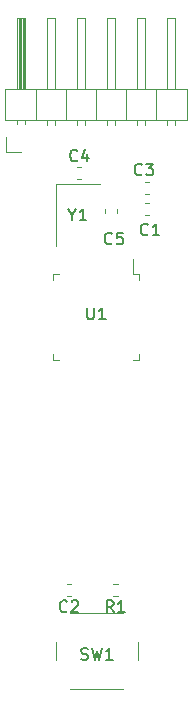
<source format=gbr>
%TF.GenerationSoftware,KiCad,Pcbnew,5.1.6-c6e7f7d~87~ubuntu18.04.1*%
%TF.CreationDate,2020-09-17T09:17:57+10:00*%
%TF.ProjectId,MSPY-FR2355,4d535059-2d46-4523-9233-35352e6b6963,rev?*%
%TF.SameCoordinates,Original*%
%TF.FileFunction,Legend,Top*%
%TF.FilePolarity,Positive*%
%FSLAX46Y46*%
G04 Gerber Fmt 4.6, Leading zero omitted, Abs format (unit mm)*
G04 Created by KiCad (PCBNEW 5.1.6-c6e7f7d~87~ubuntu18.04.1) date 2020-09-17 09:17:57*
%MOMM*%
%LPD*%
G01*
G04 APERTURE LIST*
%ADD10C,0.120000*%
%ADD11C,0.150000*%
G04 APERTURE END LIST*
D10*
%TO.C,SW1*%
X144037000Y-122761000D02*
X144037000Y-121261000D01*
X142787000Y-118761000D02*
X138287000Y-118761000D01*
X137037000Y-121261000D02*
X137037000Y-122761000D01*
X138287000Y-125261000D02*
X142787000Y-125261000D01*
%TO.C,Y1*%
X137088000Y-82440000D02*
X137088000Y-87740000D01*
X140788000Y-82440000D02*
X137088000Y-82440000D01*
%TO.C,U1*%
X143622000Y-90116000D02*
X143622000Y-88826000D01*
X144072000Y-90116000D02*
X143622000Y-90116000D01*
X144072000Y-90566000D02*
X144072000Y-90116000D01*
X144072000Y-97336000D02*
X143622000Y-97336000D01*
X144072000Y-96886000D02*
X144072000Y-97336000D01*
X136852000Y-90116000D02*
X137302000Y-90116000D01*
X136852000Y-90566000D02*
X136852000Y-90116000D01*
X136852000Y-97336000D02*
X137302000Y-97336000D01*
X136852000Y-96886000D02*
X136852000Y-97336000D01*
%TO.C,C4*%
X138879733Y-82044000D02*
X139222267Y-82044000D01*
X138879733Y-81024000D02*
X139222267Y-81024000D01*
%TO.C,R1*%
X142284267Y-116330000D02*
X141941733Y-116330000D01*
X142284267Y-117350000D02*
X141941733Y-117350000D01*
%TO.C,J3*%
X132842000Y-79756000D02*
X132842000Y-78486000D01*
X134112000Y-79756000D02*
X132842000Y-79756000D01*
X147192000Y-77443071D02*
X147192000Y-77046000D01*
X146432000Y-77443071D02*
X146432000Y-77046000D01*
X147192000Y-68386000D02*
X147192000Y-74386000D01*
X146432000Y-68386000D02*
X147192000Y-68386000D01*
X146432000Y-74386000D02*
X146432000Y-68386000D01*
X145542000Y-77046000D02*
X145542000Y-74386000D01*
X144652000Y-77443071D02*
X144652000Y-77046000D01*
X143892000Y-77443071D02*
X143892000Y-77046000D01*
X144652000Y-68386000D02*
X144652000Y-74386000D01*
X143892000Y-68386000D02*
X144652000Y-68386000D01*
X143892000Y-74386000D02*
X143892000Y-68386000D01*
X143002000Y-77046000D02*
X143002000Y-74386000D01*
X142112000Y-77443071D02*
X142112000Y-77046000D01*
X141352000Y-77443071D02*
X141352000Y-77046000D01*
X142112000Y-68386000D02*
X142112000Y-74386000D01*
X141352000Y-68386000D02*
X142112000Y-68386000D01*
X141352000Y-74386000D02*
X141352000Y-68386000D01*
X140462000Y-77046000D02*
X140462000Y-74386000D01*
X139572000Y-77443071D02*
X139572000Y-77046000D01*
X138812000Y-77443071D02*
X138812000Y-77046000D01*
X139572000Y-68386000D02*
X139572000Y-74386000D01*
X138812000Y-68386000D02*
X139572000Y-68386000D01*
X138812000Y-74386000D02*
X138812000Y-68386000D01*
X137922000Y-77046000D02*
X137922000Y-74386000D01*
X137032000Y-77443071D02*
X137032000Y-77046000D01*
X136272000Y-77443071D02*
X136272000Y-77046000D01*
X137032000Y-68386000D02*
X137032000Y-74386000D01*
X136272000Y-68386000D02*
X137032000Y-68386000D01*
X136272000Y-74386000D02*
X136272000Y-68386000D01*
X135382000Y-77046000D02*
X135382000Y-74386000D01*
X134492000Y-77376000D02*
X134492000Y-77046000D01*
X133732000Y-77376000D02*
X133732000Y-77046000D01*
X134392000Y-74386000D02*
X134392000Y-68386000D01*
X134272000Y-74386000D02*
X134272000Y-68386000D01*
X134152000Y-74386000D02*
X134152000Y-68386000D01*
X134032000Y-74386000D02*
X134032000Y-68386000D01*
X133912000Y-74386000D02*
X133912000Y-68386000D01*
X133792000Y-74386000D02*
X133792000Y-68386000D01*
X134492000Y-68386000D02*
X134492000Y-74386000D01*
X133732000Y-68386000D02*
X134492000Y-68386000D01*
X133732000Y-74386000D02*
X133732000Y-68386000D01*
X132782000Y-74386000D02*
X132782000Y-77046000D01*
X148142000Y-74386000D02*
X132782000Y-74386000D01*
X148142000Y-77046000D02*
X148142000Y-74386000D01*
X132782000Y-77046000D02*
X148142000Y-77046000D01*
%TO.C,C5*%
X142242000Y-84894267D02*
X142242000Y-84551733D01*
X141222000Y-84894267D02*
X141222000Y-84551733D01*
%TO.C,C3*%
X144951267Y-82294000D02*
X144608733Y-82294000D01*
X144951267Y-83314000D02*
X144608733Y-83314000D01*
%TO.C,C2*%
X138347267Y-116330000D02*
X138004733Y-116330000D01*
X138347267Y-117350000D02*
X138004733Y-117350000D01*
%TO.C,C1*%
X144951267Y-84072000D02*
X144608733Y-84072000D01*
X144951267Y-85092000D02*
X144608733Y-85092000D01*
%TO.C,SW1*%
D11*
X139203666Y-122705761D02*
X139346523Y-122753380D01*
X139584619Y-122753380D01*
X139679857Y-122705761D01*
X139727476Y-122658142D01*
X139775095Y-122562904D01*
X139775095Y-122467666D01*
X139727476Y-122372428D01*
X139679857Y-122324809D01*
X139584619Y-122277190D01*
X139394142Y-122229571D01*
X139298904Y-122181952D01*
X139251285Y-122134333D01*
X139203666Y-122039095D01*
X139203666Y-121943857D01*
X139251285Y-121848619D01*
X139298904Y-121801000D01*
X139394142Y-121753380D01*
X139632238Y-121753380D01*
X139775095Y-121801000D01*
X140108428Y-121753380D02*
X140346523Y-122753380D01*
X140537000Y-122039095D01*
X140727476Y-122753380D01*
X140965571Y-121753380D01*
X141870333Y-122753380D02*
X141298904Y-122753380D01*
X141584619Y-122753380D02*
X141584619Y-121753380D01*
X141489380Y-121896238D01*
X141394142Y-121991476D01*
X141298904Y-122039095D01*
%TO.C,Y1*%
X138461809Y-85066190D02*
X138461809Y-85542380D01*
X138128476Y-84542380D02*
X138461809Y-85066190D01*
X138795142Y-84542380D01*
X139652285Y-85542380D02*
X139080857Y-85542380D01*
X139366571Y-85542380D02*
X139366571Y-84542380D01*
X139271333Y-84685238D01*
X139176095Y-84780476D01*
X139080857Y-84828095D01*
%TO.C,U1*%
X139700095Y-92924380D02*
X139700095Y-93733904D01*
X139747714Y-93829142D01*
X139795333Y-93876761D01*
X139890571Y-93924380D01*
X140081047Y-93924380D01*
X140176285Y-93876761D01*
X140223904Y-93829142D01*
X140271523Y-93733904D01*
X140271523Y-92924380D01*
X141271523Y-93924380D02*
X140700095Y-93924380D01*
X140985809Y-93924380D02*
X140985809Y-92924380D01*
X140890571Y-93067238D01*
X140795333Y-93162476D01*
X140700095Y-93210095D01*
%TO.C,C4*%
X138884333Y-80461142D02*
X138836714Y-80508761D01*
X138693857Y-80556380D01*
X138598619Y-80556380D01*
X138455761Y-80508761D01*
X138360523Y-80413523D01*
X138312904Y-80318285D01*
X138265285Y-80127809D01*
X138265285Y-79984952D01*
X138312904Y-79794476D01*
X138360523Y-79699238D01*
X138455761Y-79604000D01*
X138598619Y-79556380D01*
X138693857Y-79556380D01*
X138836714Y-79604000D01*
X138884333Y-79651619D01*
X139741476Y-79889714D02*
X139741476Y-80556380D01*
X139503380Y-79508761D02*
X139265285Y-80223047D01*
X139884333Y-80223047D01*
%TO.C,R1*%
X141946333Y-118722380D02*
X141613000Y-118246190D01*
X141374904Y-118722380D02*
X141374904Y-117722380D01*
X141755857Y-117722380D01*
X141851095Y-117770000D01*
X141898714Y-117817619D01*
X141946333Y-117912857D01*
X141946333Y-118055714D01*
X141898714Y-118150952D01*
X141851095Y-118198571D01*
X141755857Y-118246190D01*
X141374904Y-118246190D01*
X142898714Y-118722380D02*
X142327285Y-118722380D01*
X142613000Y-118722380D02*
X142613000Y-117722380D01*
X142517761Y-117865238D01*
X142422523Y-117960476D01*
X142327285Y-118008095D01*
%TO.C,C5*%
X141819333Y-87479142D02*
X141771714Y-87526761D01*
X141628857Y-87574380D01*
X141533619Y-87574380D01*
X141390761Y-87526761D01*
X141295523Y-87431523D01*
X141247904Y-87336285D01*
X141200285Y-87145809D01*
X141200285Y-87002952D01*
X141247904Y-86812476D01*
X141295523Y-86717238D01*
X141390761Y-86622000D01*
X141533619Y-86574380D01*
X141628857Y-86574380D01*
X141771714Y-86622000D01*
X141819333Y-86669619D01*
X142724095Y-86574380D02*
X142247904Y-86574380D01*
X142200285Y-87050571D01*
X142247904Y-87002952D01*
X142343142Y-86955333D01*
X142581238Y-86955333D01*
X142676476Y-87002952D01*
X142724095Y-87050571D01*
X142771714Y-87145809D01*
X142771714Y-87383904D01*
X142724095Y-87479142D01*
X142676476Y-87526761D01*
X142581238Y-87574380D01*
X142343142Y-87574380D01*
X142247904Y-87526761D01*
X142200285Y-87479142D01*
%TO.C,C3*%
X144359333Y-81637142D02*
X144311714Y-81684761D01*
X144168857Y-81732380D01*
X144073619Y-81732380D01*
X143930761Y-81684761D01*
X143835523Y-81589523D01*
X143787904Y-81494285D01*
X143740285Y-81303809D01*
X143740285Y-81160952D01*
X143787904Y-80970476D01*
X143835523Y-80875238D01*
X143930761Y-80780000D01*
X144073619Y-80732380D01*
X144168857Y-80732380D01*
X144311714Y-80780000D01*
X144359333Y-80827619D01*
X144692666Y-80732380D02*
X145311714Y-80732380D01*
X144978380Y-81113333D01*
X145121238Y-81113333D01*
X145216476Y-81160952D01*
X145264095Y-81208571D01*
X145311714Y-81303809D01*
X145311714Y-81541904D01*
X145264095Y-81637142D01*
X145216476Y-81684761D01*
X145121238Y-81732380D01*
X144835523Y-81732380D01*
X144740285Y-81684761D01*
X144692666Y-81637142D01*
%TO.C,C2*%
X138009333Y-118627142D02*
X137961714Y-118674761D01*
X137818857Y-118722380D01*
X137723619Y-118722380D01*
X137580761Y-118674761D01*
X137485523Y-118579523D01*
X137437904Y-118484285D01*
X137390285Y-118293809D01*
X137390285Y-118150952D01*
X137437904Y-117960476D01*
X137485523Y-117865238D01*
X137580761Y-117770000D01*
X137723619Y-117722380D01*
X137818857Y-117722380D01*
X137961714Y-117770000D01*
X138009333Y-117817619D01*
X138390285Y-117817619D02*
X138437904Y-117770000D01*
X138533142Y-117722380D01*
X138771238Y-117722380D01*
X138866476Y-117770000D01*
X138914095Y-117817619D01*
X138961714Y-117912857D01*
X138961714Y-118008095D01*
X138914095Y-118150952D01*
X138342666Y-118722380D01*
X138961714Y-118722380D01*
%TO.C,C1*%
X144867333Y-86717142D02*
X144819714Y-86764761D01*
X144676857Y-86812380D01*
X144581619Y-86812380D01*
X144438761Y-86764761D01*
X144343523Y-86669523D01*
X144295904Y-86574285D01*
X144248285Y-86383809D01*
X144248285Y-86240952D01*
X144295904Y-86050476D01*
X144343523Y-85955238D01*
X144438761Y-85860000D01*
X144581619Y-85812380D01*
X144676857Y-85812380D01*
X144819714Y-85860000D01*
X144867333Y-85907619D01*
X145819714Y-86812380D02*
X145248285Y-86812380D01*
X145534000Y-86812380D02*
X145534000Y-85812380D01*
X145438761Y-85955238D01*
X145343523Y-86050476D01*
X145248285Y-86098095D01*
%TD*%
M02*

</source>
